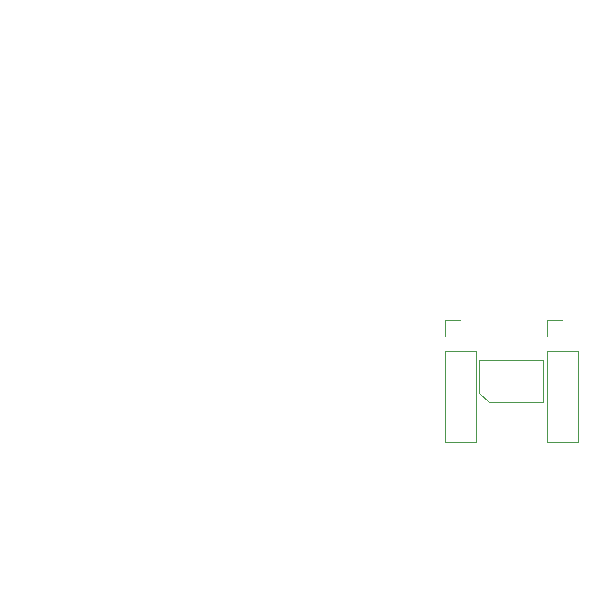
<source format=gbr>
%TF.GenerationSoftware,KiCad,Pcbnew,7.0.10*%
%TF.CreationDate,2024-02-05T19:53:07-05:00*%
%TF.ProjectId,Digital D20,44696769-7461-46c2-9044-32302e6b6963,rev?*%
%TF.SameCoordinates,Original*%
%TF.FileFunction,Legend,Top*%
%TF.FilePolarity,Positive*%
%FSLAX46Y46*%
G04 Gerber Fmt 4.6, Leading zero omitted, Abs format (unit mm)*
G04 Created by KiCad (PCBNEW 7.0.10) date 2024-02-05 19:53:07*
%MOMM*%
%LPD*%
G01*
G04 APERTURE LIST*
%ADD10C,0.120000*%
G04 APERTURE END LIST*
D10*
%TO.C,REF\u002A\u002A*%
X170269000Y-133328000D02*
X175679000Y-133328000D01*
X170269000Y-136128000D02*
X170269000Y-133328000D01*
X171069000Y-136928000D02*
X170269000Y-136128000D01*
X175679000Y-133328000D02*
X175679000Y-136928000D01*
X175679000Y-136928000D02*
X171069000Y-136928000D01*
X175962000Y-129998000D02*
X177292000Y-129998000D01*
X175962000Y-131328000D02*
X175962000Y-129998000D01*
X175962000Y-132598000D02*
X175962000Y-140278000D01*
X175962000Y-132598000D02*
X178622000Y-132598000D01*
X175962000Y-140278000D02*
X178622000Y-140278000D01*
X178622000Y-132598000D02*
X178622000Y-140278000D01*
X169986000Y-132598000D02*
X169986000Y-140278000D01*
X167326000Y-131328000D02*
X167326000Y-129998000D01*
X167326000Y-140278000D02*
X169986000Y-140278000D01*
X167326000Y-132598000D02*
X169986000Y-132598000D01*
X167326000Y-129998000D02*
X168656000Y-129998000D01*
X167326000Y-132598000D02*
X167326000Y-140278000D01*
%TO.C,G\u002A\u002A\u002A*%
G36*
X168435323Y-148801293D02*
G01*
X168418233Y-148831819D01*
X168412892Y-148833327D01*
X168400918Y-148820028D01*
X168408090Y-148806094D01*
X168430729Y-148792473D01*
X168435323Y-148801293D01*
G37*
G36*
X146199651Y-151483815D02*
G01*
X146194311Y-151492203D01*
X146159329Y-151492666D01*
X146155353Y-151488795D01*
X146160883Y-151471775D01*
X146176536Y-151471019D01*
X146199651Y-151483815D01*
G37*
G36*
X145811621Y-144825435D02*
G01*
X145809793Y-144851792D01*
X145799934Y-144850497D01*
X145784730Y-144818988D01*
X145786558Y-144813748D01*
X145804321Y-144811568D01*
X145811621Y-144825435D01*
G37*
G36*
X140336083Y-104087773D02*
G01*
X140328911Y-104101707D01*
X140306272Y-104115328D01*
X140301678Y-104106508D01*
X140318768Y-104075982D01*
X140324109Y-104074474D01*
X140336083Y-104087773D01*
G37*
G36*
X130969106Y-123027221D02*
G01*
X130969582Y-123053636D01*
X130959647Y-123053205D01*
X130941756Y-123023142D01*
X130943120Y-123017762D01*
X130960625Y-123014042D01*
X130969106Y-123027221D01*
G37*
G36*
X141304799Y-104980209D02*
G01*
X141308423Y-104984413D01*
X141301430Y-105000886D01*
X141285770Y-105000274D01*
X141263859Y-104985513D01*
X141269910Y-104977622D01*
X141304799Y-104980209D01*
G37*
%TD*%
M02*

</source>
